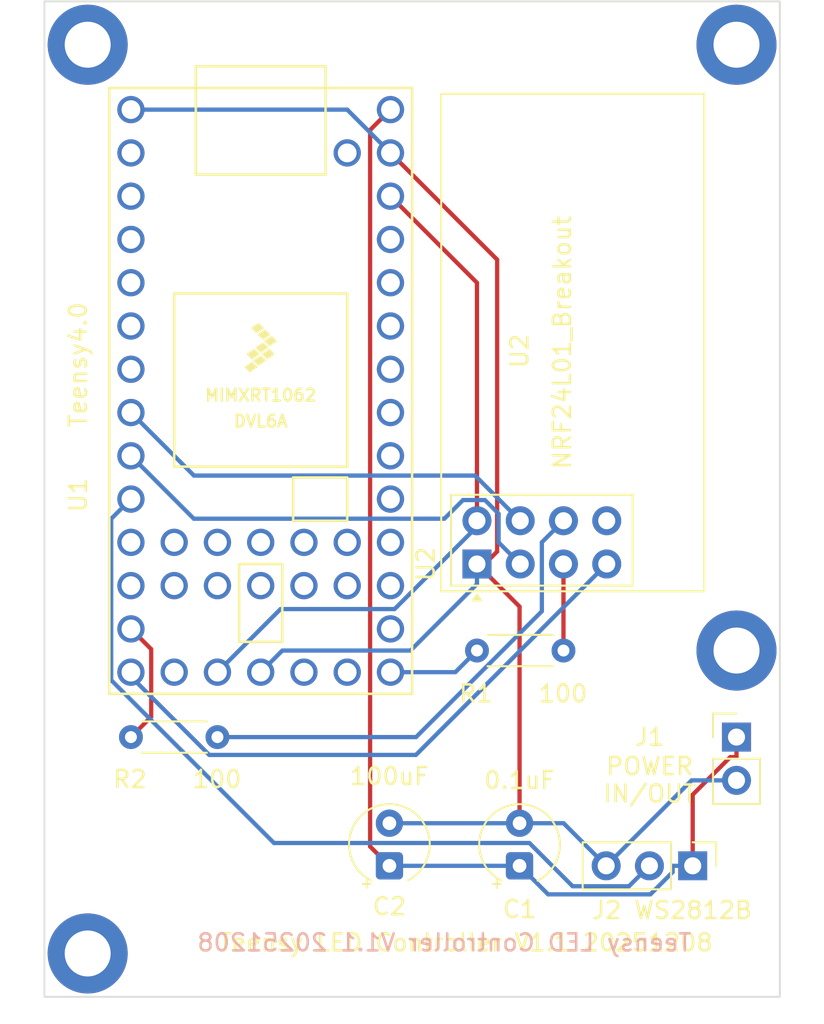
<source format=kicad_pcb>
(kicad_pcb (version 20241229) (generator "pcbnew") (generator_version "9.0")
  (layers (0 "F.Cu" signal) (2 "B.Cu" signal) (13 "F.Paste" user) (15 "B.Paste" user) (5 "F.SilkS" user "F.Silkscreen") (7 "B.SilkS" user "B.Silkscreen") (1 "F.Mask" user) (3 "B.Mask" user) (25 "Edge.Cuts" user))
  (net 0 "")
  (net 1 "GNDREF")
  (net 2 "Net-(J1-Pin_1)")
  (net 3 "Net-(U1-13_SCK_CRX1_LED)")
  (net 4 "Net-(U2-SCK)")
  (net 5 "Net-(U1-11_MOSI_CTX1)")
  (net 6 "Net-(U2-MOSI)")
  (net 7 "Net-(U2-VCC)")
  (net 16 "Net-(U1-12_MISO_MQSL)")
  (net 27 "Net-(U1-7_RX2_OUT1A)")
  (net 39 "Net-(U1-6_OUT1D)")
  (net 44 "Net-(J2-Pin_2)")
  (footprint "Resistor_THT:R_Axial_DIN0204_L3.6mm_D1.6mm_P5.08mm_Horizontal" (layer "F.Cu") (at 109.22 96.52)
    (property "Reference" "R2" (at -0.055772 2.473973 0) (layer "F.SilkS"))
    (property "Value" "100" (at 5.05801 2.473973 0) (layer "F.SilkS"))
    (fp_line (start 0.62 -0.92) (end 4.46 -0.92) (stroke (width 0.12)) (layer "F.SilkS"))
    (fp_line (start 0.62 0.92) (end 4.46 0.92) (stroke (width 0.12)) (layer "F.SilkS"))
    (pad "1" thru_hole circle (at 0 0) (size 1.4 1.4) (drill 0.7) (layers "*.Cu" "*.Mask") (net 5 "Net-(U1-11_MOSI_CTX1)"))
    (pad "2" thru_hole circle (at 5.08 0) (size 1.4 1.4) (drill 0.7) (layers "*.Cu" "*.Mask") (net 6 "Net-(U2-MOSI)"))
  )
  (footprint "Resistor_THT:R_Axial_DIN0204_L3.6mm_D1.6mm_P5.08mm_Horizontal" (layer "F.Cu") (at 129.54 91.44)
    (property "Reference" "R1" (at -0.064696 2.531338 0) (layer "F.SilkS"))
    (property "Value" "100" (at 5.049086 2.531338 0) (layer "F.SilkS"))
    (fp_line (start 0.62 -0.92) (end 4.46 -0.92) (stroke (width 0.12)) (layer "F.SilkS"))
    (fp_line (start 0.62 0.92) (end 4.46 0.92) (stroke (width 0.12)) (layer "F.SilkS"))
    (pad "1" thru_hole circle (at 0 0) (size 1.4 1.4) (drill 0.7) (layers "*.Cu" "*.Mask") (net 3 "Net-(U1-13_SCK_CRX1_LED)"))
    (pad "2" thru_hole circle (at 5.08 0) (size 1.4 1.4) (drill 0.7) (layers "*.Cu" "*.Mask") (net 4 "Net-(U2-SCK)"))
  )
  (footprint "MountingHole:MountingHole_2.7mm_M2.5_DIN965_Pad_TopBottom" (layer "F.Cu") (at 144.78 91.44)
    (property "Reference" "H4" (hide yes))
    (property "Value" "MountingHole")
    (pad "1" thru_hole circle (at 0 0) (size 3.1 3.1) (drill 2.7) (layers "*.Cu" "*.Mask"))
    (pad "1" connect circle (at 0 0) (size 4.7 4.7) (layers "F.Cu" "F.Mask"))
    (pad "1" connect circle (at 0 0) (size 4.7 4.7) (layers "B.Cu" "B.Mask"))
  )
  (footprint "MountingHole:MountingHole_2.7mm_M2.5_DIN965_Pad_TopBottom" (layer "F.Cu") (at 106.68 55.88)
    (property "Reference" "H2" (hide yes))
    (property "Value" "MountingHole")
    (pad "1" thru_hole circle (at 0 0) (size 3.1 3.1) (drill 2.7) (layers "*.Cu" "*.Mask"))
    (pad "1" connect circle (at 0 0) (size 4.7 4.7) (layers "F.Cu" "F.Mask"))
    (pad "1" connect circle (at 0 0) (size 4.7 4.7) (layers "B.Cu" "B.Mask"))
  )
  (footprint "Connector_PinHeader_2.54mm:PinHeader_1x03_P2.54mm_Vertical" (layer "F.Cu") (at 142.2073 104.0757 -90)
    (property "Reference" "J2" (at 2.6043 5.0473 0) (layer "F.SilkS"))
    (property "Value" "WS2812B" (at 2.6043 -0.0327 0) (layer "F.SilkS"))
    (fp_line (start -1.38 6.46) (end 1.38 6.46) (stroke (width 0.12)) (layer "F.SilkS"))
    (fp_line (start -1.38 1.27) (end -1.38 6.46) (stroke (width 0.12)) (layer "F.SilkS"))
    (fp_line (start -1.38 1.27) (end 1.38 1.27) (stroke (width 0.12)) (layer "F.SilkS"))
    (fp_line (start 1.38 1.27) (end 1.38 6.46) (stroke (width 0.12)) (layer "F.SilkS"))
    (fp_line (start -1.38 0) (end -1.38 -1.38) (stroke (width 0.12)) (layer "F.SilkS"))
    (fp_line (start -1.38 -1.38) (end 0 -1.38) (stroke (width 0.12)) (layer "F.SilkS"))
    (pad "1" thru_hole rect (at 0 0 270) (size 1.7 1.7) (drill 1) (layers "*.Cu" "*.Mask") (net 2 "Net-(J1-Pin_1)"))
    (pad "2" thru_hole circle (at 0 2.54 270) (size 1.7 1.7) (drill 1) (layers "*.Cu" "*.Mask") (net 44 "Net-(J2-Pin_2)"))
    (pad "3" thru_hole circle (at 0 5.08 270) (size 1.7 1.7) (drill 1) (layers "*.Cu" "*.Mask") (net 1 "GNDREF"))
  )
  (footprint "Capacitor_THT:CP_Radial_Tantal_D4.5mm_P2.50mm" (layer "F.Cu") (at 124.3978 104.0757 90)
    (property "Reference" "C2" (at -2.383948 0 180) (layer "F.SilkS"))
    (property "Value" "100uF" (at 5.25871 0 180) (layer "F.SilkS"))
    (fp_line (start -1.062288 -1.56) (end -1.062288 -1.11) (stroke (width 0.12)) (layer "F.SilkS"))
    (fp_line (start -1.287288 -1.335) (end -0.837288 -1.335) (stroke (width 0.12)) (layer "F.SilkS"))
    (fp_arc (start -0.869741 -1.06) (mid 3.62 0) (end -0.869741 1.06) (stroke (width 0.12)) (layer "F.SilkS"))
    (pad "1" thru_hole roundrect (at 0 0 90) (size 1.6 1.6) (drill 0.8) (layers "*.Cu" "*.Mask") (roundrect_rratio 0.15625) (net 2 "Net-(J1-Pin_1)"))
    (pad "2" thru_hole circle (at 2.5 0 90) (size 1.6 1.6) (drill 0.8) (layers "*.Cu" "*.Mask") (net 1 "GNDREF"))
  )
  (footprint "MountingHole:MountingHole_2.7mm_M2.5_DIN965_Pad_TopBottom" (layer "F.Cu") (at 144.78 55.88)
    (property "Reference" "H1" (hide yes))
    (property "Value" "MountingHole")
    (pad "1" thru_hole circle (at 0 0) (size 3.1 3.1) (drill 2.7) (layers "*.Cu" "*.Mask"))
    (pad "1" connect circle (at 0 0) (size 4.7 4.7) (layers "F.Cu" "F.Mask"))
    (pad "1" connect circle (at 0 0) (size 4.7 4.7) (layers "B.Cu" "B.Mask"))
  )
  (footprint "Capacitor_THT:CP_Radial_Tantal_D4.5mm_P2.50mm" (layer "F.Cu") (at 132.0405 104.0757 90)
    (property "Reference" "C1" (at -2.548361 0 180) (layer "F.SilkS"))
    (property "Value" "0.1uF" (at 5.024181 0 0) (layer "F.SilkS"))
    (fp_line (start -1.062288 -1.56) (end -1.062288 -1.11) (stroke (width 0.12)) (layer "F.SilkS"))
    (fp_line (start -1.287288 -1.335) (end -0.837288 -1.335) (stroke (width 0.12)) (layer "F.SilkS"))
    (fp_arc (start -0.869741 -1.06) (mid 3.62 0) (end -0.869741 1.06) (stroke (width 0.12)) (layer "F.SilkS"))
    (pad "1" thru_hole roundrect (at 0 0 90) (size 1.6 1.6) (drill 0.8) (layers "*.Cu" "*.Mask") (roundrect_rratio 0.15625) (net 2 "Net-(J1-Pin_1)"))
    (pad "2" thru_hole circle (at 2.5 0 90) (size 1.6 1.6) (drill 0.8) (layers "*.Cu" "*.Mask") (net 1 "GNDREF"))
  )
  (footprint "RF_Module:nRF24L01_Breakout" (layer "F.Cu") (at 129.54 86.36 90)
    (property "Reference" "U2" (at 0 -3 90) (layer "F.SilkS"))
    (property "Value" "NRF24L01_Breakout" (at 13 5 90) (layer "F.SilkS"))
    (fp_line (start 27.6 -2.1) (end 27.6 13.35) (stroke (width 0.12)) (layer "F.SilkS"))
    (fp_line (start -1.6 -2.1) (end 27.6 -2.1) (stroke (width 0.12)) (layer "F.SilkS"))
    (fp_line (start -1.6 -2.1) (end -1.6 -2.1) (stroke (width 0.12)) (layer "F.SilkS"))
    (fp_line (start 4.064 -1.524) (end 4.064 9.144) (stroke (width 0.12)) (layer "F.SilkS"))
    (fp_line (start -1.27 -1.524) (end 4.064 -1.524) (stroke (width 0.12)) (layer "F.SilkS"))
    (fp_line (start -1.27 -1.524) (end -1.27 -1.524) (stroke (width 0.12)) (layer "F.SilkS"))
    (fp_line (start 4.064 9.144) (end -1.27 9.144) (stroke (width 0.12)) (layer "F.SilkS"))
    (fp_line (start -1.27 9.144) (end -1.27 -1.524) (stroke (width 0.12)) (layer "F.SilkS"))
    (fp_line (start -1.27 9.144) (end -1.27 9.144) (stroke (width 0.12)) (layer "F.SilkS"))
    (fp_line (start 27.6 13.35) (end -1.6 13.35) (stroke (width 0.12)) (layer "F.SilkS"))
    (fp_line (start -1.6 13.35) (end -1.6 -2.1) (stroke (width 0.12)) (layer "F.SilkS"))
    (fp_poly (pts (xy -1.8 0) (xy -2.136 0.24) (xy -2.136 -0.24) (xy -1.8 0)) (stroke (width 0.12)) (fill yes) (layer "F.SilkS"))
    (fp_text user "${REFERENCE}" (at 12.5 2.5 90) (layer "F.SilkS"))
    (pad "1" thru_hole rect (at 0 0 90) (size 1.7 1.7) (drill 1) (layers "*.Cu" "*.Mask") (net 1 "GNDREF"))
    (pad "2" thru_hole circle (at 2.54 0 90) (size 1.7 1.7) (drill 1) (layers "*.Cu" "*.Mask") (net 7 "Net-(U2-VCC)"))
    (pad "3" thru_hole circle (at 0 2.54 90) (size 1.7 1.7) (drill 1) (layers "*.Cu" "*.Mask") (net 27 "Net-(U1-7_RX2_OUT1A)"))
    (pad "4" thru_hole circle (at 2.54 2.54 90) (size 1.7 1.7) (drill 1) (layers "*.Cu" "*.Mask") (net 39 "Net-(U1-6_OUT1D)"))
    (pad "5" thru_hole circle (at 0 5.08 90) (size 1.7 1.7) (drill 1) (layers "*.Cu" "*.Mask") (net 4 "Net-(U2-SCK)"))
    (pad "6" thru_hole circle (at 2.54 5.08 90) (size 1.7 1.7) (drill 1) (layers "*.Cu" "*.Mask") (net 6 "Net-(U2-MOSI)"))
    (pad "7" thru_hole circle (at 0 7.62 90) (size 1.7 1.7) (drill 1) (layers "*.Cu" "*.Mask") (net 16 "Net-(U1-12_MISO_MQSL)"))
    (pad "8" thru_hole circle (at 2.54 7.62 90) (size 1.7 1.7) (drill 1) (layers "*.Cu" "*.Mask"))
  )
  (footprint "Connector_PinHeader_2.54mm:PinHeader_1x02_P2.54mm_Vertical" (layer "F.Cu") (at 144.78 96.52)
    (property "Reference" "J1" (at -5.096891 -0.004271 0) (layer "F.SilkS"))
    (property "Value" "POWER INPUT" (hide yes))
    (fp_line (start -1.38 -1.38) (end 0 -1.38) (stroke (width 0.12)) (layer "F.SilkS"))
    (fp_line (start -1.38 0) (end -1.38 -1.38) (stroke (width 0.12)) (layer "F.SilkS"))
    (fp_line (start -1.38 1.27) (end -1.38 3.92) (stroke (width 0.12)) (layer "F.SilkS"))
    (fp_line (start -1.38 1.27) (end 1.38 1.27) (stroke (width 0.12)) (layer "F.SilkS"))
    (fp_line (start -1.38 3.92) (end 1.38 3.92) (stroke (width 0.12)) (layer "F.SilkS"))
    (fp_line (start 1.38 1.27) (end 1.38 3.92) (stroke (width 0.12)) (layer "F.SilkS"))
    (pad "1" thru_hole rect (at 0 0) (size 1.7 1.7) (drill 1) (layers "*.Cu" "*.Mask") (net 2 "Net-(J1-Pin_1)"))
    (pad "2" thru_hole circle (at 0 2.54) (size 1.7 1.7) (drill 1) (layers "*.Cu" "*.Mask") (net 1 "GNDREF"))
  )
  (footprint "teensy:Teensy40" (layer "F.Cu") (at 116.84 76.2 -90)
    (property "Reference" "U1" (at 6.112801 10.722289 90) (layer "F.SilkS"))
    (property "Value" "Teensy4.0" (at -1.529857 10.722289 90) (layer "F.SilkS"))
    (fp_line (start -17.78 8.89) (end -17.78 -8.89) (stroke (width 0.15)) (layer "F.SilkS"))
    (fp_line (start 17.78 8.89) (end -17.78 8.89) (stroke (width 0.15)) (layer "F.SilkS"))
    (fp_line (start 4.445 5.08) (end -5.715 5.08) (stroke (width 0.15)) (layer "F.SilkS"))
    (fp_line (start 4.445 5.08) (end 4.445 -5.08) (stroke (width 0.15)) (layer "F.SilkS"))
    (fp_line (start -19.05 3.81) (end -19.05 -3.81) (stroke (width 0.15)) (layer "F.SilkS"))
    (fp_line (start -17.78 3.81) (end -19.05 3.81) (stroke (width 0.15)) (layer "F.SilkS"))
    (fp_line (start -12.7 3.81) (end -17.78 3.81) (stroke (width 0.15)) (layer "F.SilkS"))
    (fp_line (start -12.7 3.81) (end -12.7 -3.81) (stroke (width 0.15)) (layer "F.SilkS"))
    (fp_line (start 10.16 1.27) (end 10.16 -1.27) (stroke (width 0.15)) (layer "F.SilkS"))
    (fp_line (start 14.732 1.27) (end 10.16 1.27) (stroke (width 0.15)) (layer "F.SilkS"))
    (fp_line (start 10.16 -1.27) (end 14.732 -1.27) (stroke (width 0.15)) (layer "F.SilkS"))
    (fp_line (start 14.732 -1.27) (end 14.732 1.27) (stroke (width 0.15)) (layer "F.SilkS"))
    (fp_line (start 5.08 -1.905) (end 5.08 -5.08) (stroke (width 0.15)) (layer "F.SilkS"))
    (fp_line (start 7.62 -1.905) (end 5.08 -1.905) (stroke (width 0.15)) (layer "F.SilkS"))
    (fp_line (start -19.05 -3.81) (end -17.78 -3.81) (stroke (width 0.15)) (layer "F.SilkS"))
    (fp_line (start -12.7 -3.81) (end -17.78 -3.81) (stroke (width 0.15)) (layer "F.SilkS"))
    (fp_line (start -5.715 -5.08) (end -5.715 5.08) (stroke (width 0.15)) (layer "F.SilkS"))
    (fp_line (start 4.445 -5.08) (end -5.715 -5.08) (stroke (width 0.15)) (layer "F.SilkS"))
    (fp_line (start 5.08 -5.08) (end 7.62 -5.08) (stroke (width 0.15)) (layer "F.SilkS"))
    (fp_line (start 7.62 -5.08) (end 7.62 -1.905) (stroke (width 0.15)) (layer "F.SilkS"))
    (fp_line (start -17.78 -8.89) (end 17.78 -8.89) (stroke (width 0.15)) (layer "F.SilkS"))
    (fp_line (start 17.78 -8.89) (end 17.78 8.89) (stroke (width 0.15)) (layer "F.SilkS"))
    (fp_poly (pts (xy -1.651 0.508) (xy -1.397 0.254) (xy -1.143 0.635) (xy -1.397 0.889)) (stroke (width 0.1)) (fill yes) (layer "F.SilkS"))
    (fp_poly (pts (xy -2.413 0.381) (xy -2.159 0.127) (xy -1.905 0.508) (xy -2.159 0.762)) (stroke (width 0.1)) (fill yes) (layer "F.SilkS"))
    (fp_poly (pts (xy -3.937 0.127) (xy -3.683 -0.127) (xy -3.429 0.254) (xy -3.683 0.508)) (stroke (width 0.1)) (fill yes) (layer "F.SilkS"))
    (fp_poly (pts (xy -2.032 0) (xy -1.778 -0.254) (xy -1.524 0.127) (xy -1.778 0.381)) (stroke (width 0.1)) (fill yes) (layer "F.SilkS"))
    (fp_poly (pts (xy -2.794 -0.127) (xy -2.54 -0.381) (xy -2.286 0) (xy -2.54 0.254)) (stroke (width 0.1)) (fill yes) (layer "F.SilkS"))
    (fp_poly (pts (xy -3.556 -0.254) (xy -3.302 -0.508) (xy -3.048 -0.127) (xy -3.302 0.127)) (stroke (width 0.1)) (fill yes) (layer "F.SilkS"))
    (fp_poly (pts (xy -2.413 -0.508) (xy -2.159 -0.762) (xy -1.905 -0.381) (xy -2.159 -0.127)) (stroke (width 0.1)) (fill yes) (layer "F.SilkS"))
    (fp_poly (pts (xy -3.175 -0.635) (xy -2.921 -0.889) (xy -2.667 -0.508) (xy -2.921 -0.254)) (stroke (width 0.1)) (fill yes) (layer "F.SilkS"))
    (fp_text user "DVL6A" (at 1.778 0 0) (layer "F.SilkS") (effects (font (size 0.7 0.7))))
    (fp_text user "MIMXRT1062" (at 0.254 0 0) (layer "F.SilkS") (effects (font (size 0.7 0.7))))
    (pad "1" thru_hole circle (at -16.51 7.62 270) (size 1.6 1.6) (drill 1.1) (layers "*.Cu" "*.Mask") (net 1 "GNDREF"))
    (pad "2" thru_hole circle (at -13.97 7.62 270) (size 1.6 1.6) (drill 1.1) (layers "*.Cu" "*.Mask"))
    (pad "3" thru_hole circle (at -11.43 7.62 270) (size 1.6 1.6) (drill 1.1) (layers "*.Cu" "*.Mask"))
    (pad "4" thru_hole circle (at -8.89 7.62 270) (size 1.6 1.6) (drill 1.1) (layers "*.Cu" "*.Mask"))
    (pad "5" thru_hole circle (at -6.35 7.62 270) (size 1.6 1.6) (drill 1.1) (layers "*.Cu" "*.Mask"))
    (pad "6" thru_hole circle (at -3.81 7.62 270) (size 1.6 1.6) (drill 1.1) (layers "*.Cu" "*.Mask"))
    (pad "7" thru_hole circle (at -1.27 7.62 270) (size 1.6 1.6) (drill 1.1) (layers "*.Cu" "*.Mask"))
    (pad "8" thru_hole circle (at 1.27 7.62 270) (size 1.6 1.6) (drill 1.1) (layers "*.Cu" "*.Mask") (net 39 "Net-(U1-6_OUT1D)"))
    (pad "9" thru_hole circle (at 3.81 7.62 270) (size 1.6 1.6) (drill 1.1) (layers "*.Cu" "*.Mask") (net 27 "Net-(U1-7_RX2_OUT1A)"))
    (pad "10" thru_hole circle (at 6.35 7.62 270) (size 1.6 1.6) (drill 1.1) (layers "*.Cu" "*.Mask") (net 44 "Net-(J2-Pin_2)"))
    (pad "11" thru_hole circle (at 8.89 7.62 270) (size 1.6 1.6) (drill 1.1) (layers "*.Cu" "*.Mask"))
    (pad "12" thru_hole circle (at 11.43 7.62 270) (size 1.6 1.6) (drill 1.1) (layers "*.Cu" "*.Mask"))
    (pad "13" thru_hole circle (at 13.97 7.62 270) (size 1.6 1.6) (drill 1.1) (layers "*.Cu" "*.Mask") (net 5 "Net-(U1-11_MOSI_CTX1)"))
    (pad "14" thru_hole circle (at 16.51 7.62 270) (size 1.6 1.6) (drill 1.1) (layers "*.Cu" "*.Mask") (net 16 "Net-(U1-12_MISO_MQSL)"))
    (pad "15" thru_hole circle (at 16.51 5.08 270) (size 1.6 1.6) (drill 1.1) (layers "*.Cu" "*.Mask"))
    (pad "16" thru_hole circle (at 16.51 2.54 270) (size 1.6 1.6) (drill 1.1) (layers "*.Cu" "*.Mask") (net 7 "Net-(U2-VCC)"))
    (pad "17" thru_hole circle (at 16.51 0 270) (size 1.6 1.6) (drill 1.1) (layers "*.Cu" "*.Mask") (net 1 "GNDREF"))
    (pad "18" thru_hole circle (at 16.51 -2.54 270) (size 1.6 1.6) (drill 1.1) (layers "*.Cu" "*.Mask"))
    (pad "19" thru_hole circle (at 16.51 -5.08 270) (size 1.6 1.6) (drill 1.1) (layers "*.Cu" "*.Mask"))
    (pad "20" thru_hole circle (at 16.51 -7.62 270) (size 1.6 1.6) (drill 1.1) (layers "*.Cu" "*.Mask") (net 3 "Net-(U1-13_SCK_CRX1_LED)"))
    (pad "21" thru_hole circle (at 13.97 -7.62 270) (size 1.6 1.6) (drill 1.1) (layers "*.Cu" "*.Mask"))
    (pad "22" thru_hole circle (at 11.43 -7.62 270) (size 1.6 1.6) (drill 1.1) (layers "*.Cu" "*.Mask"))
    (pad "23" thru_hole circle (at 8.89 -7.62 270) (size 1.6 1.6) (drill 1.1) (layers "*.Cu" "*.Mask"))
    (pad "24" thru_hole circle (at 6.35 -7.62 270) (size 1.6 1.6) (drill 1.1) (layers "*.Cu" "*.Mask"))
    (pad "25" thru_hole circle (at 3.81 -7.62 270) (size 1.6 1.6) (drill 1.1) (layers "*.Cu" "*.Mask"))
    (pad "26" thru_hole circle (at 1.27 -7.62 270) (size 1.6 1.6) (drill 1.1) (layers "*.Cu" "*.Mask"))
    (pad "27" thru_hole circle (at -1.27 -7.62 270) (size 1.6 1.6) (drill 1.1) (layers "*.Cu" "*.Mask"))
    (pad "28" thru_hole circle (at -3.81 -7.62 270) (size 1.6 1.6) (drill 1.1) (layers "*.Cu" "*.Mask"))
    (pad "29" thru_hole circle (at -6.35 -7.62 270) (size 1.6 1.6) (drill 1.1) (layers "*.Cu" "*.Mask"))
    (pad "30" thru_hole circle (at -8.89 -7.62 270) (size 1.6 1.6) (drill 1.1) (layers "*.Cu" "*.Mask"))
    (pad "31" thru_hole circle (at -11.43 -7.62 270) (size 1.6 1.6) (drill 1.1) (layers "*.Cu" "*.Mask") (net 7 "Net-(U2-VCC)"))
    (pad "32" thru_hole circle (at -13.97 -7.62 270) (size 1.6 1.6) (drill 1.1) (layers "*.Cu" "*.Mask") (net 1 "GNDREF"))
    (pad "33" thru_hole circle (at -16.51 -7.62 270) (size 1.6 1.6) (drill 1.1) (layers "*.Cu" "*.Mask") (net 2 "Net-(J1-Pin_1)"))
    (pad "34" thru_hole circle (at -13.97 -5.08 270) (size 1.6 1.6) (drill 1.1) (layers "*.Cu" "*.Mask"))
    (pad "35" thru_hole circle (at 11.43 -5.08 270) (size 1.6 1.6) (drill 1.1) (layers "*.Cu" "*.Mask"))
    (pad "36" thru_hole circle (at 8.89 -5.08 270) (size 1.6 1.6) (drill 1.1) (layers "*.Cu" "*.Mask"))
    (pad "37" thru_hole circle (at 11.43 -2.54 270) (size 1.6 1.6) (drill 1.1) (layers "*.Cu" "*.Mask"))
    (pad "38" thru_hole circle (at 8.89 -2.54 270) (size 1.6 1.6) (drill 1.1) (layers "*.Cu" "*.Mask"))
    (pad "39" thru_hole circle (at 11.43 0 270) (size 1.6 1.6) (drill 1.1) (layers "*.Cu" "*.Mask"))
    (pad "40" thru_hole circle (at 8.89 0 270) (size 1.6 1.6) (drill 1.1) (layers "*.Cu" "*.Mask"))
    (pad "41" thru_hole circle (at 11.43 2.54 270) (size 1.6 1.6) (drill 1.1) (layers "*.Cu" "*.Mask"))
    (pad "42" thru_hole circle (at 8.89 2.54 270) (size 1.6 1.6) (drill 1.1) (layers "*.Cu" "*.Mask"))
    (pad "43" thru_hole circle (at 11.43 5.08 270) (size 1.6 1.6) (drill 1.1) (layers "*.Cu" "*.Mask"))
    (pad "44" thru_hole circle (at 8.89 5.08 270) (size 1.6 1.6) (drill 1.1) (layers "*.Cu" "*.Mask"))
  )
  (footprint "MountingHole:MountingHole_2.7mm_M2.5_DIN965_Pad_TopBottom" (layer "F.Cu") (at 106.68 109.22)
    (property "Reference" "H3" (hide yes))
    (property "Value" "MountingHole")
    (pad "1" thru_hole circle (at 0 0) (size 3.1 3.1) (drill 2.7) (layers "*.Cu" "*.Mask"))
    (pad "1" connect circle (at 0 0) (size 4.7 4.7) (layers "F.Cu" "F.Mask"))
    (pad "1" connect circle (at 0 0) (size 4.7 4.7) (layers "B.Cu" "B.Mask"))
  )
  (gr_line (start 104.14 111.76) (end 104.14 53.34) (stroke (width 0.1)) (layer "Edge.Cuts"))
  (gr_line (start 147.32 111.76) (end 104.14 111.76) (stroke (width 0.1)) (layer "Edge.Cuts"))
  (gr_line (start 104.14 53.34) (end 147.32 53.34) (stroke (width 0.1)) (layer "Edge.Cuts"))
  (gr_line (start 147.32 53.34) (end 147.32 111.76) (stroke (width 0.1)) (layer "Edge.Cuts"))
  (gr_text "POWER\nIN/OUT" (at 139.683109 99.03991 0) (layer "F.SilkS") (effects (font (size 1 1))))
  (gr_text "Teensy LED Controller V1.1 20251208" (at 114.27801 109.168633 0) (layer "F.SilkS") (effects (font (size 1 1)) (justify left bottom)))
  (gr_text "Teensy LED Controller V1.1 20251208" (at 142.223746 109.168633 0) (layer "B.SilkS") (effects (font (size 1 1)) (justify left bottom mirror)))
  (segment (start 129.708 86.6447) (end 129.766 86.5864) (width 0.25) (layer "F.Cu") (net 1))
  (segment (start 129.766 86.5863) (end 129.766 86.5864) (width 0.25) (layer "F.Cu") (net 1))
  (segment (start 129.766 86.5864) (end 132.0405 88.8609) (width 0.25) (layer "F.Cu") (net 1))
  (segment (start 124.46 62.23) (end 130.726 68.496) (width 0.25) (layer "F.Cu") (net 1))
  (segment (start 129.54 86.36) (end 129.766 86.5863) (width 0.25) (layer "F.Cu") (net 1))
  (segment (start 130.726 68.496) (end 130.726 85.6263) (width 0.25) (layer "F.Cu") (net 1))
  (segment (start 132.0405 88.8609) (end 132.0405 101.5757) (width 0.25) (layer "F.Cu") (net 1))
  (segment (start 130.726 85.6263) (end 129.766 86.5863) (width 0.25) (layer "F.Cu") (net 1))
  (segment (start 144.78 99.06) (end 142.143 99.06) (width 0.25) (layer "B.Cu") (net 1))
  (segment (start 129.54 86.36) (end 129.54 87.5367) (width 0.25) (layer "B.Cu") (net 1))
  (segment (start 116.84 92.71) (end 118.11 91.44) (width 0.25) (layer "B.Cu") (net 1))
  (segment (start 132.0405 101.5757) (end 134.6273 101.5757) (width 0.25) (layer "B.Cu") (net 1))
  (segment (start 142.143 99.06) (end 137.1273 104.0757) (width 0.25) (layer "B.Cu") (net 1))
  (segment (start 124.46 62.23) (end 121.92 59.69) (width 0.25) (layer "B.Cu") (net 1))
  (segment (start 118.11 91.44) (end 125.6367 91.44) (width 0.25) (layer "B.Cu") (net 1))
  (segment (start 124.3978 101.5757) (end 132.0405 101.5757) (width 0.25) (layer "B.Cu") (net 1))
  (segment (start 121.92 59.69) (end 109.22 59.69) (width 0.25) (layer "B.Cu") (net 1))
  (segment (start 134.6273 101.5757) (end 137.1273 104.0757) (width 0.25) (layer "B.Cu") (net 1))
  (segment (start 125.6367 91.44) (end 129.54 87.5367) (width 0.25) (layer "B.Cu") (net 1))
  (segment (start 123.2655 102.9434) (end 124.3978 104.0757) (width 0.25) (layer "F.Cu") (net 2))
  (segment (start 124.46 59.69) (end 123.2655 60.8845) (width 0.25) (layer "F.Cu") (net 2))
  (segment (start 142.2073 99.9017) (end 144.4123 97.6967) (width 0.25) (layer "F.Cu") (net 2))
  (segment (start 144.78 96.52) (end 144.78 97.6967) (width 0.25) (layer "F.Cu") (net 2))
  (segment (start 144.4123 97.6967) (end 144.78 97.6967) (width 0.25) (layer "F.Cu") (net 2))
  (segment (start 142.2073 104.0757) (end 142.2073 99.9017) (width 0.25) (layer "F.Cu") (net 2))
  (segment (start 123.2655 60.8845) (end 123.2655 102.9434) (width 0.25) (layer "F.Cu") (net 2))
  (segment (start 132.0405 104.0757) (end 133.7162 105.7514) (width 0.25) (layer "B.Cu") (net 2))
  (segment (start 141.0306 104.4434) (end 141.0306 104.0757) (width 0.25) (layer "B.Cu") (net 2))
  (segment (start 139.7226 105.7514) (end 141.0306 104.4434) (width 0.25) (layer "B.Cu") (net 2))
  (segment (start 133.7162 105.7514) (end 139.7226 105.7514) (width 0.25) (layer "B.Cu") (net 2))
  (segment (start 124.3978 104.0757) (end 132.0405 104.0757) (width 0.25) (layer "B.Cu") (net 2))
  (segment (start 142.2073 104.0757) (end 141.0306 104.0757) (width 0.25) (layer "B.Cu") (net 2))
  (segment (start 124.46 92.71) (end 128.27 92.71) (width 0.25) (layer "B.Cu") (net 3))
  (segment (start 128.27 92.71) (end 129.54 91.44) (width 0.25) (layer "B.Cu") (net 3))
  (segment (start 134.62 91.44) (end 134.62 86.36) (width 0.25) (layer "F.Cu") (net 4))
  (segment (start 110.4106 91.3606) (end 109.22 90.17) (width 0.25) (layer "F.Cu") (net 5))
  (segment (start 110.4106 95.3294) (end 110.4106 91.3606) (width 0.25) (layer "F.Cu") (net 5))
  (segment (start 109.22 96.52) (end 110.4106 95.3294) (width 0.25) (layer "F.Cu") (net 5))
  (segment (start 125.9647 96.52) (end 133.35 89.1347) (width 0.25) (layer "B.Cu") (net 6))
  (segment (start 133.35 89.1347) (end 133.35 85.09) (width 0.25) (layer "B.Cu") (net 6))
  (segment (start 114.3 96.52) (end 125.9647 96.52) (width 0.25) (layer "B.Cu") (net 6))
  (segment (start 133.35 85.09) (end 134.62 83.82) (width 0.25) (layer "B.Cu") (net 6))
  (segment (start 124.46 64.77) (end 129.54 69.85) (width 0.25) (layer "F.Cu") (net 7))
  (segment (start 129.54 69.85) (end 129.54 83.82) (width 0.25) (layer "F.Cu") (net 7))
  (segment (start 129.54 84.1666) (end 124.7006 89.006) (width 0.25) (layer "B.Cu") (net 7))
  (segment (start 124.7006 89.006) (end 118.004 89.006) (width 0.25) (layer "B.Cu") (net 7))
  (segment (start 129.54 83.82) (end 129.54 84.1666) (width 0.25) (layer "B.Cu") (net 7))
  (segment (start 118.004 89.006) (end 114.3 92.71) (width 0.25) (layer "B.Cu") (net 7))
  (segment (start 125.9532 97.5668) (end 113.8199 97.5668) (width 0.25) (layer "B.Cu") (net 16))
  (segment (start 113.8199 97.5668) (end 109.22 92.9669) (width 0.25) (layer "B.Cu") (net 16))
  (segment (start 109.22 92.9669) (end 109.22 92.71) (width 0.25) (layer "B.Cu") (net 16))
  (segment (start 137.16 86.36) (end 125.9532 97.5668) (width 0.25) (layer "B.Cu") (net 16))
  (segment (start 130.81 85.09) (end 132.08 86.36) (width 0.25) (layer "B.Cu") (net 27))
  (segment (start 128.7212 82.607) (end 130.0064 82.607) (width 0.25) (layer "B.Cu") (net 27))
  (segment (start 112.9112 83.7012) (end 127.627 83.7012) (width 0.25) (layer "B.Cu") (net 27))
  (segment (start 130.0064 82.607) (end 130.81 83.4106) (width 0.25) (layer "B.Cu") (net 27))
  (segment (start 127.627 83.7012) (end 128.7212 82.607) (width 0.25) (layer "B.Cu") (net 27))
  (segment (start 130.81 83.4106) (end 130.81 85.09) (width 0.25) (layer "B.Cu") (net 27))
  (segment (start 109.22 80.01) (end 112.9112 83.7012) (width 0.25) (layer "B.Cu") (net 27))
  (segment (start 132.08 83.82) (end 129.4297 81.1697) (width 0.25) (layer "B.Cu") (net 39))
  (segment (start 129.4297 81.1697) (end 112.9197 81.1697) (width 0.25) (layer "B.Cu") (net 39))
  (segment (start 112.9197 81.1697) (end 109.22 77.47) (width 0.25) (layer "B.Cu") (net 39))
  (segment (start 132.6194 102.7364) (end 135.1583 105.2753) (width 0.25) (layer "B.Cu") (net 44))
  (segment (start 109.22 82.55) (end 108.0623 83.7077) (width 0.25) (layer "B.Cu") (net 44))
  (segment (start 135.1583 105.2753) (end 138.4677 105.2753) (width 0.25) (layer "B.Cu") (net 44))
  (segment (start 138.4677 105.2753) (end 139.6673 104.0757) (width 0.25) (layer "B.Cu") (net 44))
  (segment (start 108.0623 83.7077) (end 108.0623 93.179) (width 0.25) (layer "B.Cu") (net 44))
  (segment (start 108.0623 93.179) (end 117.6197 102.7364) (width 0.25) (layer "B.Cu") (net 44))
  (segment (start 117.6197 102.7364) (end 132.6194 102.7364) (width 0.25) (layer "B.Cu") (net 44))
)
</source>
